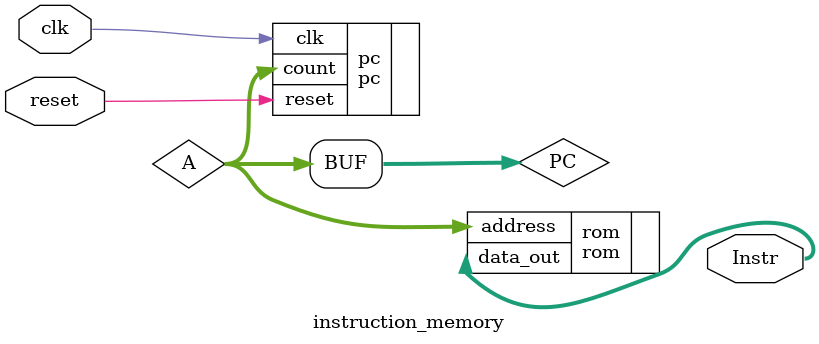
<source format=sv>
`include "pc.sv"
`include "rom.sv"

module instruction_memory (
    input logic clk, reset,
    output logic [23:0] Instr
);

logic [7:0] PC, A;
pc pc (.clk(clk), .reset(reset), .count(PC));
rom rom(.address(A), .data_out(Instr));
assign PC = A;
endmodule


</source>
